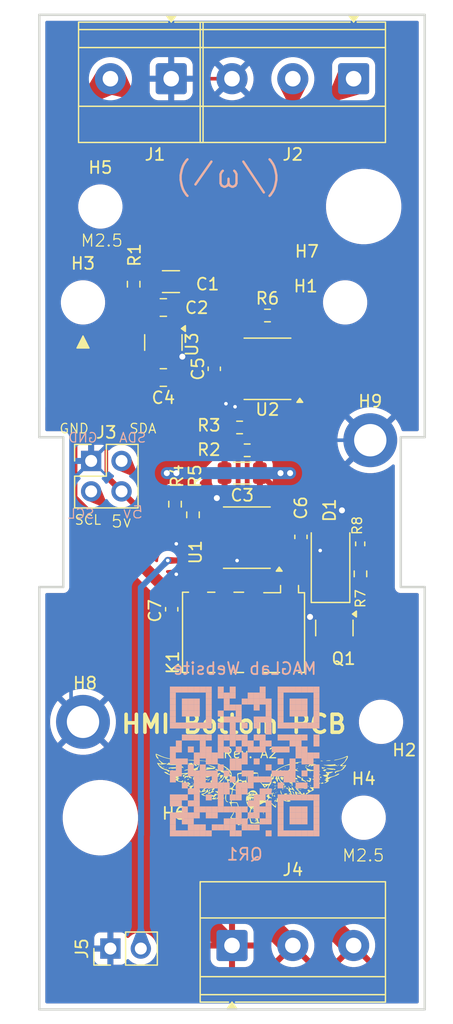
<source format=kicad_pcb>
(kicad_pcb (version 20241229) (generator "pcbnew") (generator_version "9.0")
  (title_block (title "HMI Bottom PCB") (date "2025-07-29") (rev "A2") (company "MAG Laboratory"))
  (layers (0 "F.Cu" signal) (2 "B.Cu" signal) (13 "F.Paste" user) (15 "B.Paste" user) (5 "F.SilkS" user "F.Silkscreen") (7 "B.SilkS" user "B.Silkscreen") (1 "F.Mask" user) (3 "B.Mask" user) (25 "Edge.Cuts" user))
  (net 0 "")
  (net 1 "GND")
  (net 2 "+5V")
  (net 3 "+12V")
  (net 4 "/SCL")
  (net 5 "/SDA")
  (net 6 "/SWIO")
  (net 7 "/URXTX")
  (net 8 "/DIR")
  (net 9 "/RS485+")
  (net 10 "/RS485-")
  (net 11 "/+12V_I")
  (net 12 "Net-(D1-K)")
  (net 13 "Net-(J4-Pin_1)")
  (net 14 "Net-(J4-Pin_2)")
  (net 15 "Net-(J4-Pin_3)")
  (net 19 "Net-(Q1-G)")
  (net 20 "/OUT")
  (footprint "MAGLab Logos:MAGLab_Symbol" (layer "F.Cu") (at 109.552 128.646)
    (property "Reference" "G***" (hide yes))
    (property "Value" "LOGO" (hide yes))
  )
  (footprint "TerminalBlock_Phoenix:TerminalBlock_Phoenix_MKDS-1,5-3-5.08_1x03_P5.08mm_Horizontal" (layer "F.Cu") (at 107.9 141.666)
    (property "Reference" "J4" (at 5.08 -6.32 0) (layer "F.SilkS"))
    (property "Value" "RLY")
    (pad "1" thru_hole roundrect (at 0 0) (size 2.6 2.6) (drill 1.3) (layers "*.Cu" "*.Mask") (roundrect_rratio 0.096154) (net 13 "Net-(J4-Pin_1)"))
    (pad "2" thru_hole circle (at 5.08 0) (size 2.6 2.6) (drill 1.3) (layers "*.Cu" "*.Mask") (net 14 "Net-(J4-Pin_2)"))
    (pad "3" thru_hole circle (at 10.16 0) (size 2.6 2.6) (drill 1.3) (layers "*.Cu" "*.Mask") (net 15 "Net-(J4-Pin_3)"))
  )
  (footprint "Capacitor_SMD:C_0805_2012Metric" (layer "F.Cu") (at 102.163 88.426)
    (property "Reference" "C2" (at 2.789 0.02 0) (layer "F.SilkS"))
    (property "Value" "1u")
    (pad "1" smd roundrect (at -0.95 0) (size 1 1.45) (layers "F.Cu" "F.Mask" "F.Paste") (net 11 "/+12V_I"))
    (pad "2" smd roundrect (at 0.95 0) (size 1 1.45) (layers "F.Cu" "F.Mask" "F.Paste") (net 1 "GND"))
  )
  (footprint "Resistor_SMD:R_0603_1608Metric" (layer "F.Cu") (at 110.862 89.096)
    (property "Reference" "R6" (at 0 -1.43 0) (layer "F.SilkS"))
    (property "Value" "120")
    (pad "1" smd roundrect (at -0.825 0) (size 0.8 0.95) (layers "F.Cu" "F.Mask" "F.Paste") (net 10 "/RS485-"))
    (pad "2" smd roundrect (at 0.825 0) (size 0.8 0.95) (layers "F.Cu" "F.Mask" "F.Paste") (net 9 "/RS485+"))
  )
  (footprint "MountingHole:MountingHole_2.7mm_M2.5_ISO7380" (layer "F.Cu") (at 118.9 131)
    (property "Reference" "H4" (at 0 -3.25 0) (layer "F.SilkS"))
    (property "Value" "MountingHole")
    (pad "" np_thru_hole circle (at 0 0) (size 2.7 2.7) (drill 2.7) (layers "*.Cu" "*.Mask"))
  )
  (footprint "Resistor_SMD:R_0603_1608Metric" (layer "F.Cu") (at 103.139 104.836 -90)
    (property "Reference" "R4" (at -2.336 -0.168 90) (layer "F.SilkS"))
    (property "Value" "7k5")
    (pad "1" smd roundrect (at -0.825 0 270) (size 0.8 0.95) (layers "F.Cu" "F.Mask" "F.Paste") (net 2 "+5V"))
    (pad "2" smd roundrect (at 0.825 0 270) (size 0.8 0.95) (layers "F.Cu" "F.Mask" "F.Paste") (net 5 "/SDA"))
  )
  (footprint "Relay_SMD:Relay_DPDT_Omron_G6K-2F-Y" (layer "F.Cu") (at 108.865 115.525 -90)
    (property "Reference" "K1" (at 2.521 5.913 90) (layer "F.SilkS"))
    (property "Value" "G6K-2")
    (pad "1" smd rect (at -3.5 -3.8 270) (size 1.8 0.8) (layers "F.Cu" "F.Mask" "F.Paste") (net 3 "+12V"))
    (pad "2" smd rect (at -3.5 -0.6 270) (size 1.8 0.8) (layers "F.Cu" "F.Mask" "F.Paste"))
    (pad "3" smd rect (at -3.5 1.6 270) (size 1.8 0.8) (layers "F.Cu" "F.Mask" "F.Paste"))
    (pad "4" smd rect (at -3.5 3.8 270) (size 1.8 0.8) (layers "F.Cu" "F.Mask" "F.Paste"))
    (pad "5" smd rect (at 3.5 3.8 270) (size 1.8 0.8) (layers "F.Cu" "F.Mask" "F.Paste") (net 13 "Net-(J4-Pin_1)"))
    (pad "6" smd rect (at 3.5 1.6 270) (size 1.8 0.8) (layers "F.Cu" "F.Mask" "F.Paste") (net 14 "Net-(J4-Pin_2)"))
    (pad "7" smd rect (at 3.5 -0.6 270) (size 1.8 0.8) (layers "F.Cu" "F.Mask" "F.Paste") (net 15 "Net-(J4-Pin_3)"))
    (pad "8" smd rect (at 3.5 -3.8 270) (size 1.8 0.8) (layers "F.Cu" "F.Mask" "F.Paste") (net 12 "Net-(D1-K)"))
  )
  (footprint "Resistor_SMD:R_0603_1608Metric" (layer "F.Cu") (at 108.532229 98.436 180)
    (property "Reference" "R3" (at 2.563 0.177 0) (layer "F.SilkS"))
    (property "Value" "75k")
    (pad "1" smd roundrect (at -0.825 0 180) (size 0.8 0.95) (layers "F.Cu" "F.Mask" "F.Paste") (net 8 "/DIR"))
    (pad "2" smd roundrect (at 0.825 0 180) (size 0.8 0.95) (layers "F.Cu" "F.Mask" "F.Paste") (net 1 "GND"))
  )
  (footprint "Capacitor_SMD:C_0603_1608Metric" (layer "F.Cu") (at 102.861 113.607 -90)
    (property "Reference" "C7" (at 0.127 1.397 90) (layer "F.SilkS"))
    (property "Value" "10n")
    (pad "1" smd roundrect (at -0.775 0 270) (size 0.9 0.95) (layers "F.Cu" "F.Mask" "F.Paste") (net 3 "+12V"))
    (pad "2" smd roundrect (at 0.775 0 270) (size 0.9 0.95) (layers "F.Cu" "F.Mask" "F.Paste") (net 1 "GND"))
  )
  (footprint "Connector_PinHeader_2.54mm:PinHeader_1x02_P2.54mm_Vertical" (layer "F.Cu") (at 97.74 141.92 90)
    (property "Reference" "J5" (at 0 -2.38 90) (layer "F.SilkS"))
    (property "Value" "PROG")
    (pad "1" thru_hole rect (at 0 0 90) (size 1.7 1.7) (drill 1) (layers "*.Cu" "*.Mask") (net 1 "GND"))
    (pad "2" thru_hole circle (at 0 2.54 90) (size 1.7 1.7) (drill 1) (layers "*.Cu" "*.Mask") (net 6 "/SWIO"))
  )
  (footprint "TerminalBlock_Phoenix:TerminalBlock_Phoenix_MKDS-1,5-2-5.08_1x02_P5.08mm_Horizontal" (layer "F.Cu") (at 102.82 69.334 180)
    (property "Reference" "J1" (at 1.356 -6.32 0) (layer "F.SilkS"))
    (property "Value" "PWR")
    (pad "1" thru_hole roundrect (at 0 0 180) (size 2.6 2.6) (drill 1.3) (layers "*.Cu" "*.Mask") (roundrect_rratio 0.096154) (net 1 "GND"))
    (pad "2" thru_hole circle (at 5.08 0 180) (size 2.6 2.6) (drill 1.3) (layers "*.Cu" "*.Mask") (net 3 "+12V"))
  )
  (footprint "Package_SO:SOIC-8_3.9x4.9mm_P1.27mm" (layer "F.Cu") (at 110.862 93.541 180)
    (property "Reference" "U2" (at 0 -3.4 0) (layer "F.SilkS"))
    (property "Value" "SSP3085")
    (pad "1" smd roundrect (at -2.475 -1.905 180) (size 1.95 0.6) (layers "F.Cu" "F.Mask" "F.Paste") (net 7 "/URXTX"))
    (pad "2" smd roundrect (at -2.475 -0.635 180) (size 1.95 0.6) (layers "F.Cu" "F.Mask" "F.Paste") (net 8 "/DIR"))
    (pad "3" smd roundrect (at -2.475 0.635 180) (size 1.95 0.6) (layers "F.Cu" "F.Mask" "F.Paste") (net 8 "/DIR"))
    (pad "4" smd roundrect (at -2.475 1.905 180) (size 1.95 0.6) (layers "F.Cu" "F.Mask" "F.Paste") (net 7 "/URXTX"))
    (pad "5" smd roundrect (at 2.475 1.905 180) (size 1.95 0.6) (layers "F.Cu" "F.Mask" "F.Paste") (net 1 "GND"))
    (pad "6" smd roundrect (at 2.475 0.635 180) (size 1.95 0.6) (layers "F.Cu" "F.Mask" "F.Paste") (net 10 "/RS485-"))
    (pad "7" smd roundrect (at 2.475 -0.635 180) (size 1.95 0.6) (layers "F.Cu" "F.Mask" "F.Paste") (net 9 "/RS485+"))
    (pad "8" smd roundrect (at 2.475 -1.905 180) (size 1.95 0.6) (layers "F.Cu" "F.Mask" "F.Paste") (net 2 "+5V"))
  )
  (footprint "Resistor_SMD:R_0402_1005Metric" (layer "F.Cu") (at 118.609 108.148 90)
    (property "Reference" "R8" (at 1.526 -0.254 90) (layer "F.SilkS") (effects (font (size 0.8 0.8) (thickness 0.12))))
    (property "Value" "100k")
    (pad "1" smd roundrect (at -0.51 0 90) (size 0.54 0.64) (layers "F.Cu" "F.Mask" "F.Paste") (net 20 "/OUT"))
    (pad "2" smd roundrect (at 0.51 0 90) (size 0.54 0.64) (layers "F.Cu" "F.Mask" "F.Paste") (net 1 "GND"))
  )
  (footprint "Capacitor_SMD:C_0603_1608Metric" (layer "F.Cu") (at 113.657 107.567 -90)
    (property "Reference" "C6" (at -2.421 0.005 90) (layer "F.SilkS"))
    (property "Value" "100n")
    (pad "1" smd roundrect (at -0.775 0 270) (size 0.9 0.95) (layers "F.Cu" "F.Mask" "F.Paste") (net 2 "+5V"))
    (pad "2" smd roundrect (at 0.775 0 270) (size 0.9 0.95) (layers "F.Cu" "F.Mask" "F.Paste") (net 1 "GND"))
  )
  (footprint "Resistor_SMD:R_0603_1608Metric" (layer "F.Cu") (at 104.639 105.725 -90)
    (property "Reference" "R5" (at -3.225 -0.168 90) (layer "F.SilkS"))
    (property "Value" "7k5")
    (pad "1" smd roundrect (at -0.825 0 270) (size 0.8 0.95) (layers "F.Cu" "F.Mask" "F.Paste") (net 2 "+5V"))
    (pad "2" smd roundrect (at 0.825 0 270) (size 0.8 0.95) (layers "F.Cu" "F.Mask" "F.Paste") (net 4 "/SCL"))
  )
  (footprint "Package_TO_SOT_SMD:SOT-23" (layer "F.Cu") (at 102.163 91.347 -90)
    (property "Reference" "U3" (at 0.162 -2.389 90) (layer "F.SilkS"))
    (property "Value" "ME6209A50M3G")
    (pad "1" smd roundrect (at -0.9375 -0.95 270) (size 1.475 0.6) (layers "F.Cu" "F.Mask" "F.Paste") (net 1 "GND"))
    (pad "2" smd roundrect (at -0.9375 0.95 270) (size 1.475 0.6) (layers "F.Cu" "F.Mask" "F.Paste") (net 2 "+5V"))
    (pad "3" smd roundrect (at 0.9375 0 270) (size 1.475 0.6) (layers "F.Cu" "F.Mask" "F.Paste") (net 11 "/+12V_I"))
  )
  (footprint "TerminalBlock_Phoenix:TerminalBlock_Phoenix_MKDS-1,5-3-5.08_1x03_P5.08mm_Horizontal" (layer "F.Cu") (at 118.06 69.334 180)
    (property "Reference" "J2" (at 5.08 -6.32 0) (layer "F.SilkS"))
    (property "Value" "RS485_Modbus_BAC")
    (pad "1" thru_hole roundrect (at 0 0 180) (size 2.6 2.6) (drill 1.3) (layers "*.Cu" "*.Mask") (roundrect_rratio 0.096154) (net 9 "/RS485+"))
    (pad "2" thru_hole circle (at 5.08 0 180) (size 2.6 2.6) (drill 1.3) (layers "*.Cu" "*.Mask") (net 10 "/RS485-"))
    (pad "3" thru_hole circle (at 10.16 0 180) (size 2.6 2.6) (drill 1.3) (layers "*.Cu" "*.Mask") (net 1 "GND"))
  )
  (footprint "MountingHole:MountingHole_2.7mm_M2.5_ISO7380_Pad" (layer "F.Cu") (at 95.45 123)
    (property "Reference" "H8" (at 0.172 -3.228 0) (layer "F.SilkS"))
    (property "Value" "MountingHole_Pad")
    (pad "1" thru_hole circle (at 0 0) (size 4.5 4.5) (drill 2.7) (layers "*.Cu" "*.Mask") (net 1 "GND"))
  )
  (footprint "Resistor_SMD:R_0603_1608Metric" (layer "F.Cu") (at 109.167229 100.341 180)
    (property "Reference" "R2" (at 3.198 0.05 0) (layer "F.SilkS"))
    (property "Value" "75k")
    (pad "1" smd roundrect (at -0.825 0 180) (size 0.8 0.95) (layers "F.Cu" "F.Mask" "F.Paste") (net 2 "+5V"))
    (pad "2" smd roundrect (at 0.825 0 180) (size 0.8 0.95) (layers "F.Cu" "F.Mask" "F.Paste") (net 7 "/URXTX"))
  )
  (footprint "MountingHole:MountingHole_2.7mm_M2.5_ISO7380_Pad" (layer "F.Cu") (at 119.45 99.5)
    (property "Reference" "H9" (at 0 -3.25 0) (layer "F.SilkS"))
    (property "Value" "MountingHole_Pad")
    (pad "1" thru_hole circle (at 0 0) (size 4.5 4.5) (drill 2.7) (layers "*.Cu" "*.Mask") (net 1 "GND"))
  )
  (footprint "MountingHole:MountingHole_2.7mm_M2.5_ISO7380" (layer "F.Cu") (at 96.9 80)
    (property "Reference" "H5" (at 0 -3.25 0) (layer "F.SilkS"))
    (property "Value" "MountingHole")
    (pad "" np_thru_hole circle (at 0 0) (size 2.7 2.7) (drill 2.7) (layers "*.Cu" "*.Mask"))
  )
  (footprint "Package_SO:SOP-8_3.9x4.9mm_P1.27mm" (layer "F.Cu") (at 109.139 107.63 180)
    (property "Reference" "U1" (at 4.287 -1.216 90) (layer "F.SilkS"))
    (property "Value" "CH32V003JxMx")
    (pad "1" smd roundrect (at -2.625 -1.905 180) (size 1.65 0.6) (layers "F.Cu" "F.Mask" "F.Paste") (net 7 "/URXTX"))
    (pad "2" smd roundrect (at -2.625 -0.635 180) (size 1.65 0.6) (layers "F.Cu" "F.Mask" "F.Paste") (net 1 "GND"))
    (pad "3" smd roundrect (at -2.625 0.635 180) (size 1.65 0.6) (layers "F.Cu" "F.Mask" "F.Paste") (net 8 "/DIR"))
    (pad "4" smd roundrect (at -2.625 1.905 180) (size 1.65 0.6) (layers "F.Cu" "F.Mask" "F.Paste") (net 2 "+5V"))
    (pad "5" smd roundrect (at 2.625 1.905 180) (size 1.65 0.6) (layers "F.Cu" "F.Mask" "F.Paste") (net 5 "/SDA"))
    (pad "6" smd roundrect (at 2.625 0.635 180) (size 1.65 0.6) (layers "F.Cu" "F.Mask" "F.Paste") (net 4 "/SCL"))
    (pad "7" smd roundrect (at 2.625 -0.635 180) (size 1.65 0.6) (layers "F.Cu" "F.Mask" "F.Paste") (net 20 "/OUT"))
    (pad "8" smd roundrect (at 2.625 -1.905 180) (size 1.65 0.6) (layers "F.Cu" "F.Mask" "F.Paste") (net 6 "/SWIO"))
  )
  (footprint "MountingHole:MountingHole_2.7mm_M2.5_ISO7380" (layer "F.Cu") (at 95.45 88)
    (property "Reference" "H3" (at 0 -3.25 0) (layer "F.SilkS"))
    (property "Value" "MountingHole")
    (pad "" np_thru_hole circle (at 0 0) (size 2.7 2.7) (drill 2.7) (layers "*.Cu" "*.Mask"))
  )
  (footprint "Capacitor_SMD:C_1206_3216Metric" (layer "F.Cu") (at 108.752 102.246 180)
    (property "Reference" "C3" (at 0 -1.85 0) (layer "F.SilkS"))
    (property "Value" "10u")
    (pad "1" smd roundrect (at -1.475 0 180) (size 1.15 1.8) (layers "F.Cu" "F.Mask" "F.Paste") (roundrect_rratio 0.217391) (net 2 "+5V"))
    (pad "2" smd roundrect (at 1.475 0 180) (size 1.15 1.8) (layers "F.Cu" "F.Mask" "F.Paste") (roundrect_rratio 0.217391) (net 1 "GND"))
  )
  (footprint "MountingHole:MountingHole_5.3mm_M5_ISO7380" (layer "F.Cu") (at 96.9 131)
    (property "Reference" "H6" (at 6.152 -0.354 0) (layer "F.SilkS"))
    (property "Value" "MountingHole")
    (pad "" np_thru_hole circle (at 0 0) (size 5.3 5.3) (drill 5.3) (layers "*.Cu" "*.Mask"))
  )
  (footprint "Capacitor_SMD:C_1206_3216Metric" (layer "F.Cu") (at 102.798 86.267)
    (property "Reference" "C1" (at 3.054 0.214 0) (layer "F.SilkS"))
    (property "Value" "10u")
    (pad "1" smd roundrect (at -1.475 0) (size 1.15 1.8) (layers "F.Cu" "F.Mask" "F.Paste") (roundrect_rratio 0.217391) (net 11 "/+12V_I"))
    (pad "2" smd roundrect (at 1.475 0) (size 1.15 1.8) (layers "F.Cu" "F.Mask" "F.Paste") (roundrect_rratio 0.217391) (net 1 "GND"))
  )
  (footprint "Capacitor_SMD:C_0603_1608Metric" (layer "F.Cu") (at 106.417 93.541 90)
    (property "Reference" "C5" (at -0.005 -1.365 90) (layer "F.SilkS"))
    (property "Value" "100n")
    (pad "1" smd roundrect (at -0.775 0 90) (size 0.9 0.95) (layers "F.Cu" "F.Mask" "F.Paste") (net 2 "+5V"))
    (pad "2" smd roundrect (at 0.775 0 90) (size 0.9 0.95) (layers "F.Cu" "F.Mask" "F.Paste") (net 1 "GND"))
  )
  (footprint "Diode_SMD:D_MELF" (layer "F.Cu") (at 116.13 109.63 90)
    (property "Reference" "D1" (at 4.284 -0.078 90) (layer "F.SilkS"))
    (property "Value" "D")
    (pad "1" smd roundrect (at -2.4 0 90) (size 1.5 2.7) (layers "F.Cu" "F.Mask" "F.Paste") (roundrect_rratio 0.1666666667) (net 12 "Net-(D1-K)"))
    (pad "2" smd roundrect (at 2.4 0 90) (size 1.5 2.7) (layers "F.Cu" "F.Mask" "F.Paste") (roundrect_rratio 0.1666666667) (net 1 "GND"))
  )
  (footprint "MountingHole:MountingHole_5.3mm_M5_ISO7380" (layer "F.Cu") (at 118.9 80)
    (property "Reference" "H7" (at -4.748 3.746 0) (layer "F.SilkS"))
    (property "Value" "MountingHole")
    (pad "" np_thru_hole circle (at 0 0) (size 5.3 5.3) (drill 5.3) (layers "*.Cu" "*.Mask"))
  )
  (footprint "MountingHole:MountingHole_2.7mm_M2.5_ISO7380" (layer "F.Cu") (at 117.35 88)
    (property "Reference" "H1" (at -3.298 -1.354 0) (layer "F.SilkS"))
    (property "Value" "MountingHole")
    (pad "" np_thru_hole circle (at 0 0) (size 2.7 2.7) (drill 2.7) (layers "*.Cu" "*.Mask"))
  )
  (footprint "Capacitor_SMD:C_0805_2012Metric" (layer "F.Cu") (at 102.163 94.268)
    (property "Reference" "C4" (at 0 1.692 0) (layer "F.SilkS"))
    (property "Value" "1u")
    (pad "1" smd roundrect (at -0.95 0) (size 1 1.45) (layers "F.Cu" "F.Mask" "F.Paste") (net 2 "+5V"))
    (pad "2" smd roundrect (at 0.95 0) (size 1 1.45) (layers "F.Cu" "F.Mask" "F.Paste") (net 1 "GND"))
  )
  (footprint "MountingHole:MountingHole_2.7mm_M2.5_ISO7380" (layer "F.Cu") (at 120.35 123)
    (property "Reference" "H2" (at 1.942 2.36 0) (layer "F.SilkS"))
    (property "Value" "MountingHole")
    (pad "" np_thru_hole circle (at 0 0) (size 2.7 2.7) (drill 2.7) (layers "*.Cu" "*.Mask"))
  )
  (footprint "Resistor_SMD:R_0603_1608Metric" (layer "F.Cu") (at 118.631 110.651 -90)
    (property "Reference" "R7" (at 2.067 0 90) (layer "F.SilkS") (effects (font (size 0.8 0.8) (thickness 0.12))))
    (property "Value" "1k")
    (pad "1" smd roundrect (at -0.825 0 270) (size 0.8 0.95) (layers "F.Cu" "F.Mask" "F.Paste") (net 20 "/OUT"))
    (pad "2" smd roundrect (at 0.825 0 270) (size 0.8 0.95) (layers "F.Cu" "F.Mask" "F.Paste") (net 19 "Net-(Q1-G)"))
  )
  (footprint "Resistor_SMD:R_0603_1608Metric" (layer "F.Cu") (at 99.683 86.481 -90)
    (property "Reference" "R1" (at -2.435 -0.069 90) (layer "F.SilkS"))
    (property "Value" "1")
    (pad "1" smd roundrect (at -0.825 0 270) (size 0.8 0.95) (layers "F.Cu" "F.Mask" "F.Paste") (net 3 "+12V"))
    (pad "2" smd roundrect (at 0.825 0 270) (size 0.8 0.95) (layers "F.Cu" "F.Mask" "F.Paste") (net 11 "/+12V_I"))
  )
  (footprint "Connector_PinHeader_2.54mm:PinHeader_2x02_P2.54mm_Vertical" (layer "F.Cu") (at 96.13 101.23)
    (property "Reference" "J3" (at 1.27 -2.38 0) (layer "F.SilkS"))
    (property "Value" "Conn_02x02_Odd_Even")
    (pad "1" thru_hole rect (at 0 0) (size 1.7 1.7) (drill 1) (layers "*.Cu" "*.Mask") (net 1 "GND"))
    (pad "2" thru_hole circle (at 2.54 0) (size 1.7 1.7) (drill 1) (layers "*.Cu" "*.Mask") (net 5 "/SDA"))
    (pad "3" thru_hole circle (at 0 2.54) (size 1.7 1.7) (drill 1) (layers "*.Cu" "*.Mask") (net 4 "/SCL"))
    (pad "4" thru_hole circle (at 2.54 2.54) (size 1.7 1.7) (drill 1) (layers "*.Cu" "*.Mask") (net 2 "+5V"))
  )
  (footprint "Package_TO_SOT_SMD:SOT-23" (layer "F.Cu") (at 116.45 115.1675 -90)
    (property "Reference" "Q1" (at 2.5625 -0.77 0) (layer "F.SilkS"))
    (property "Value" "2N7002")
    (pad "1" smd roundrect (at -0.9375 -0.95 270) (size 1.475 0.6) (layers "F.Cu" "F.Mask" "F.Paste") (net 19 "Net-(Q1-G)"))
    (pad "2" smd roundrect (at -0.9375 0.95 270) (size 1.475 0.6) (layers "F.Cu" "F.Mask" "F.Paste") (net 1 "GND"))
    (pad "3" smd roundrect (at 0.9375 0 270) (size 1.475 0.6) (layers "F.Cu" "F.Mask" "F.Paste") (net 12 "Net-(D1-K)"))
  )
  (footprint "MAGLab Logos:MAGLab Website" (layer "B.Cu") (at 108.957 126.307 180)
    (property "Reference" "QR1" (at 0 -7.75 0) (layer "B.SilkS") (effects (justify mirror)))
    (property "Value" "MAGLab Website" (at 0 7.75 0) (layer "B.SilkS") (effects (justify mirror)))
  )
  (gr_poly (pts (xy 95.45 90.794) (xy 94.942 91.81) (xy 95.958 91.81)) (stroke (width 0.1)) (fill yes) (layer "F.SilkS"))
  (gr_line (start 124 64) (end 91.8 64) (stroke (width 0.2)) (layer "Edge.Cuts"))
  (gr_line (start 91.8 64) (end 91.8 99.25) (stroke (width 0.2)) (layer "Edge.Cuts"))
  (gr_line (start 93.8 99.25) (end 93.8 111.75) (stroke (width 0.2)) (layer "Edge.Cuts"))
  (gr_line (start 91.8 147) (end 124 147) (stroke (width 0.2)) (layer "Edge.Cuts"))
  (gr_line (start 91.8 111.75) (end 91.8 147) (stroke (width 0.2)) (layer "Edge.Cuts"))
  (gr_line (start 122 99.25) (end 124 99.25) (stroke (width 0.2)) (layer "Edge.Cuts"))
  (gr_line (start 124 99.25) (end 124 64) (stroke (width 0.2)) (layer "Edge.Cuts"))
  (gr_line (start 122 111.75) (end 122 99.25) (stroke (width 0.2)) (layer "Edge.Cuts"))
  (gr_line (start 93.8 111.75) (end 91.8 111.75) (stroke (width 0.2)) (layer "Edge.Cuts"))
  (gr_line (start 91.8 99.25) (end 93.8 99.25) (stroke (width 0.2)) (layer "Edge.Cuts"))
  (gr_line (start 124 147) (end 124 111.75) (stroke (width 0.2)) (layer "Edge.Cuts"))
  (gr_line (start 124 111.75) (end 122 111.75) (stroke (width 0.2)) (layer "Edge.Cuts"))
  (gr_text "SDA" (at 99.264 98.994 0) (layer "F.SilkS") (effects (font (size 0.8 0.8) (thickness 0.1)) (justify left bottom)))
  (gr_text "${TITLE}" (at 98.498 124.068 0) (layer "F.SilkS") (effects (font (size 1.5 1.5) (thickness 0.3) (bold yes)) (justify left bottom)))
  (gr_text "M2.5" (at 95.196 83.428 0) (layer "F.SilkS") (effects (font (size 1 1) (thickness 0.1)) (justify left bottom)))
  (gr_text "Rev. ${REVISION}" (at 107.093359 126.1 0) (layer "F.SilkS") (effects (font (size 0.8 0.8) (thickness 0.1)) (justify left bottom)))
  (gr_text "GND" (at 93.422 98.994 0) (layer "F.SilkS") (effects (font (size 0.8 0.8) (thickness 0.1)) (justify left bottom)))
  (gr_text "5v" (at 97.74 106.868 0) (layer "F.SilkS") (effects (font (size 1 1) (thickness 0.1)) (justify left bottom)))
  (gr_text "M2.5" (at 117.04 134.736 0) (layer "F.SilkS") (effects (font (size 1 1) (thickness 0.1)) (justify left bottom)))
  (gr_text "SCL" (at 94.692 106.614 0) (layer "F.SilkS") (effects (font (size 0.8 0.8) (thickness 0.1)) (justify left bottom)))
  (gr_text "5v" (at 100.534 106.106 -0) (layer "B.SilkS") (effects (font (size 1 1) (thickness 0.1)) (justify left bottom mirror)))
  (gr_text "(/ω＼)" (at 112.214 78.602 0) (layer "B.SilkS") (effects (font (size 2 2) (thickness 0.2)) (justify left bottom mirror)))
  (gr_text "SDA" (at 100.788 99.756 -0) (layer "B.SilkS") (effects (font (size 0.8 0.8) (thickness 0.1)) (justify left bottom mirror)))
  (gr_text "GND" (at 96.724 99.756 -0) (layer "B.SilkS") (effects (font (size 0.8 0.8) (thickness 0.1)) (justify left bottom mirror)))
  (gr_text "SCL" (at 96.47 106.106 -0) (layer "B.SilkS") (effects (font (size 0.8 0.8) (thickness 0.1)) (justify left bottom mirror)))
  (segment (start 119.371 107.638) (end 118.101 107.638) (width 0.4) (layer "F.Cu") (net 1))
  (segment (start 114.429 112.799) (end 114.429 111.27413) (width 0.3) (layer "F.Cu") (net 1))
  (segment (start 116.13 107.23) (end 116.13 102.82) (width 0.3) (layer "F.Cu") (net 1))
  (segment (start 113.657 108.342) (end 111.841 108.342) (width 0.3) (layer "F.Cu") (net 1))
  (segment (start 115.5 114.23) (end 115.5 113.87) (width 0.3) (layer "F.Cu") (net 1))
  (segment (start 103.113 87.427) (end 104.273 86.267) (width 0.3) (layer "F.Cu") (net 1))
  (segment (start 103.113 90.4095) (end 103.113 88.426) (width 0.3) (layer "F.Cu") (net 1))
  (segment (start 114.546 108.704) (end 114.184 108.342) (width 0.5) (layer "F.Cu") (net 1))
  (segment (start 103.113 94.268) (end 104.915 94.268) (width 0.3) (layer "F.Cu") (net 1))
  (segment (start 115.296 107.23) (end 116.13 107.23) (width 0.3) (layer "F.Cu") (net 1))
  (segment (start 119.165887 110.651) (end 119.625 110.191887) (width 0.4) (layer "F.Cu") (net 1))
  (segment (start 103.113 94.268) (end 103.113 90.4095) (width 0.3) (layer "F.Cu") (net 1))
  (segment (start 115.266 108.704) (end 114.546 108.704) (width 0.5) (layer "F.Cu") (net 1))
  (segment (start 107.547 91.636) (end 108.387 91.636) (width 0.3) (layer "F.Cu") (net 1))
  (segment (start 119.625 110.191887) (end 119.625 107.892) (width 0.4) (layer "F.Cu") (net 1))
  (segment (start 114.184 108.342) (end 115.296 107.23) (width 0.5) (layer "F.Cu") (net 1))
  (segment (start 111.841 108.342) (end 111.764 108.265) (width 0.3) (layer "F.Cu") (net 1))
  (segment (start 107.277 96.569) (end 107.392 96.454) (width 0.3) (layer "F.Cu") (net 1))
  (segment (start 107.9 69.334) (end 102.82 69.334) (width 0.3) (layer "F.Cu") (net 1))
  (segment (start 116.13 102.82) (end 119.45 99.5) (width 0.3) (layer "F.Cu") (net 1))
  (segment (start 104.915 94.268) (end 106.417 92.766) (width 0.3) (layer "F.Cu") (net 1))
  (segment (start 106.417 92.766) (end 107.547 91.636) (width 0.3) (layer "F.Cu") (net 1))
  (segment (start 115.05213 110.651) (end 119.165887 110.651) (width 0.4) (layer "F.Cu") (net 1))
  (segment (start 117.693 107.23) (end 116.13 107.23) (width 0.4) (layer "F.Cu") (net 1))
  (segment (start 107.277 98.005771) (end 107.277 96.569) (width 0.3) (layer "F.Cu") (net 1))
  (segment (start 115.5 113.87) (end 114.429 112.799) (width 0.3) (layer "F.Cu") (net 1))
  (segment (start 113.657 108.342) (end 114.184 108.342) (width 0.5) (layer "F.Cu") (net 1))
  (segment (start 114.429 111.27413) (end 115.05213 110.651) (width 0.3) (layer "F.Cu") (net 1))
  (segment (start 119.625 107.892) (end 119.371 107.638) (width 0.4) (layer "F.Cu") (net 1))
  (segment (start 107.707229 98.436) (end 107.277 98.005771) (width 0.3) (layer "F.Cu") (net 1))
  (segment (start 103.113 88.426) (end 103.113 87.427) (width 0.3) (layer "F.Cu") (net 1))
  (segment (start 118.101 107.638) (end 117.693 107.23) (width 0.4) (layer "F.Cu") (net 1))
  (segment (start 107.277 102.246) (end 107.277 96.569) (width 0.4) (layer "F.Cu") (net 1))
  (via (at 114.418 114.242) (size 0.8) (drill 0.5) (layers "F.Cu" "B.Cu") (net 1))
  (via (at 107.392 96.454) (size 0.6) (drill 0.3) (layers "F.Cu" "B.Cu") (net 1))
  (via (at 103.75 92.525) (size 0.8) (drill 0.5) (layers "F.Cu" "B.Cu") (net 1))
  (via (at 108.322 109.543) (size 0.6) (drill 0.3) (layers "F.Cu" "B.Cu") (net 1))
  (via (at 108.151229 96.708) (size 0.6) (drill 0.3) (layers "F.Cu" "B.Cu") (net 1))
  (via (at 117.085 105.352) (size 0.8) (drill 0.5) (layers "F.Cu" "B.Cu") (net 1))
  (via (at 103.242 110.686) (size 0.6) (drill 0.3) (layers "F.Cu" "B.Cu") (net 1))
  (via (at 115.266 108.704) (size 0.6) (drill 0.3) (layers "F.Cu" "B.Cu") (net 1))
  (via (at 103.242 108.146) (size 0.6) (drill 0.3) (layers "F.Cu" "B.Cu") (net 1))
  (via (at 106.63 104.328) (size 0.8) (drill 0.5) (layers "F.Cu" "B.Cu") (net 1))
  (segment (start 119.45 99.5) (end 110.438 99.5) (width 0.3) (layer "B.Cu") (net 1))
  (segment (start 110.438 99.5) (end 107.392 96.454) (width 0.3) (layer "B.Cu") (net 1))
  (segment (start 102.82 94.54) (end 102.82 69.08) (width 0.3) (layer "B.Cu") (net 1))
  (segment (start 96.13 101.23) (end 102.82 94.54) (width 0.3) (layer "B.Cu") (net 1))
  (segment (start 96.199 101.23) (end 97.4 102.431) (width 0.2) (layer "B.Cu") (net 1))
  (segment (start 100.906 96.454) (end 107.392 96.454) (width 0.3) (layer "B.Cu") (net 1))
  (segment (start 96.13 101.23) (end 100.906 96.454) (width 0.3) (layer "B.Cu") (net 1))
  (segment (start 96.13 101.23) (end 96.199 101.23) (width 0.3) (layer "B.Cu") (net 1))
  (segment (start 94.451 102.909) (end 94.451 122.001) (width 0.3) (layer "B.Cu") (net 1))
  (segment (start 96.13 101.23) (end 94.451 102.909) (width 0.3) (layer "B.Cu") (net 1))
  (segment (start 94.451 122.001) (end 95.45 123) (width 0.3) (layer "B.Cu") (net 1))
  (segment (start 103.75 104.011) (end 104.639 104.9) (width 0.5) (layer "F.Cu") (net 2))
  (segment (start 112.300322 90.985) (end 114.656 90.985) (width 0.3) (layer "F.Cu") (net 2))
  (segment (start 107.547 95.446) (end 106.417 94.316) (width 0.3) (layer "F.Cu") (net 2))
  (segment (start 108.899 95.446) (end 111.61 92.735) (width 0.3) (layer "F.Cu") (net 2))
  (segment (start 108.387 95.446) (end 108.899 95.446) (width 0.3) (layer "F.Cu") (net 2))
  (segment (start 111.61 92.735) (end 111.61 91.675322) (width 0.3) (layer "F.Cu") (net 2))
  (segment (start 110.227 102.246) (end 110.227 100.575771) (width 0.3) (layer "F.Cu") (net 2))
  (segment (start 103.139 104.011) (end 103.75 104.011) (width 0.3) (layer "F.Cu") (net 2))
  (segment (start 101.213 94.268) (end 100.682 94.268) (width 0.3) (layer "F.Cu") (net 2))
  (segment (start 105.091 95.642) (end 106.417 94.316) (width 0.5) (layer "F.Cu") (net 2))
  (segment (start 106.417 94.316) (end 106.417 100.733) (width 0.5) (layer "F.Cu") (net 2))
  (segment (start 111.348 100.341) (end 109.992229 100.341) (width 0.5) (layer "F.Cu") (net 2))
  (segment (start 114.656 90.985) (end 115.616 91.945) (width 0.5) (layer "F.Cu") (net 2))
  (segment (start 102.587 95.642) (end 105.091 95.642) (width 0.5) (layer "F.Cu") (net 2))
  (segment (start 106.417 100.733) (end 103.139 104.011) (width 0.5) (layer "F.Cu") (net 2))
  (segment (start 97.4 102.5) (end 98.67 103.77) (width 0.3) (layer "F.Cu") (net 2))
  (segment (start 115.616 91.945) (end 115.616 96.073) (width 1) (layer "F.Cu") (net 2))
  (segment (start 108.387 95.446) (end 107.547 95.446) (width 0.3) (layer "F.Cu") (net 2))
  (segment (start 97.4 97.55) (end 97.4 99.706) (width 0.5) (layer "F.Cu") (net 2))
  (segment (start 97.4 99.706) (end 97.4 102.5) (width 0.3) (layer "F.Cu") (net 2))
  (segment (start 115.307 96.382) (end 111.348 100.341) (width 1) (layer "F.Cu") (net 2))
  (segment (start 100.682 94.268) (end 97.4 97.55) (width 0.5) (layer "F.Cu") (net 2))
  (segment (start 101.213 90.4095) (end 101.213 94.268) (width 0.5) (layer "F.Cu") (net 2))
  (segment (start 101.213 94.268) (end 102.587 95.642) (width 0.5) (layer "F.Cu") (net 2))
  (segment (start 113.657 106.792) (end 112.59 105.725) (width 0.5) (layer "F.Cu") (net 2))
  (segment (start 110.227 100.575771) (end 109.992229 100.341) (width 0.3) (layer "F.Cu") (net 2))
  (segment (start 112.59 105.725) (end 111.764 105.725) (width 0.5) (layer "F.Cu") (net 2))
  (segment (start 111.764 105.725) (end 111.764 103.783) (width 0.5) (layer "F.Cu") (net 2))
  (segment (start 111.764 103.783) (end 110.227 102.246) (width 0.5) (layer "F.Cu") (net 2))
  (segment (start 115.616 96.073) (end 115.307 96.382) (width 1) (layer "F.Cu") (net 2))
  (segment (start 111.61 91.675322) (end 112.300322 90.985) (width 0.3) (layer "F.Cu") (net 2))
  (via (at 111.952 102.246) (size 0.8) (drill 0.5) (layers "F.Cu" "B.Cu") (net 2))
  (via (at 103.252 102.246) (size 0.8) (drill 0.5) (layers "F.Cu" "B.Cu") (net 2))
  (via (at 102.452 102.246) (size 0.8) (drill 0.5) (layers "F.Cu" "B.Cu") (net 2))
  (via (at 112.752 102.246) (size 0.8) (drill 0.5) (layers "F.Cu" "B.Cu") (net 2))
  (segment (start 112.752 102.246) (end 102.452 102.246) (width 1) (layer "B.Cu") (net 2))
  (segment (start 97.74 69.08) (end 93.345 73.475) (width 1) (layer "F.Cu") (net 3))
  (segment (start 99.683 71.023) (end 97.74 69.08) (width 0.5) (layer "F.Cu") (net 3))
  (segment (start 94.733 104.278) (end 96.8575 106.4025) (width 0.5) (layer "F.Cu") (net 3))
  (segment (start 110.709293 113.980707) (end 112.665 112.025) (width 0.8) (layer "F.Cu") (net 3))
  (segment (start 99.683 85.656) (end 99.683 71.023) (width 0.5) (layer "F.Cu") (net 3))
  (segment (start 93.336 73.475) (end 92.955 73.856) (width 1) (layer "F.Cu") (net 3))
  (segment (start 92.955 97.18) (end 94.733 98.958) (width 0.5) (layer "F.Cu") (net 3))
  (segment (start 96.8575 106.4025) (end 104.435707 113.980707) (width 1) (layer "F.Cu") (net 3))
  (segment (start 93.345 73.475) (end 93.336 73.475) (width 0.5) (layer "F.Cu") (net 3))
  (segment (start 94.733 98.958) (end 94.733 104.278) (width 0.5) (layer "F.Cu") (net 3))
  (segment (start 104.435707 113.980707) (end 110.709293 113.980707) (width 1) (layer "F.Cu") (net 3))
  (segment (start 92.955 73.856) (end 92.955 97.18) (width 1) (layer "F.Cu") (net 3))
  (segment (start 99.355 106.995) (end 96.13 103.77) (width 0.4) (layer "F.Cu") (net 4))
  (segment (start 106.514 106.995) (end 99.355 106.995) (width 0.4) (layer "F.Cu") (net 4))
  (segment (start 103.165 105.725) (end 98.67 101.23) (width 0.4) (layer "F.Cu") (net 5))
  (segment (start 106.514 105.725) (end 103.165 105.725) (width 0.4) (layer "F.Cu") (net 5))
  (segment (start 106.514 109.535) (end 102.53 109.535) (width 0.5) (layer "F.Cu") (net 6))
  (segment (start 102.530001 109.535001) (end 102.53 109.535) (width 0.2) (layer "F.Cu") (net 6))
  (via (at 102.530001 109.535001) (size 0.6) (drill 0.3) (layers "F.Cu" "B.Cu") (net 6))
  (segment (start 100.28 129.57026) (end 100.28 111.785002) (width 0.5) (layer "B.Cu") (net 6))
  (segment (start 100.28 141.92) (end 100.28 132.42974) (width 0.5) (layer "B.Cu") (net 6))
  (segment (start 100.28 111.785002) (end 102.530001 109.535001) (width 0.5) (layer "B.Cu") (net 6))
  (segment (start 100.28 132.42974) (end 100.301 132.40874) (width 0.5) (layer "B.Cu") (net 6))
  (segment (start 100.301 129.59126) (end 100.28 129.57026) (width 0.5) (layer "B.Cu") (net 6))
  (segment (start 100.301 132.40874) (end 100.301 129.59126) (width 0.5) (layer "B.Cu") (net 6))
  (segment (start 112.061 92.565032) (end 112.990032 91.636) (width 0.2) (layer "F.Cu") (net 7))
  (segment (start 111.764 109.535) (end 111.42 109.535) (width 0.2) (layer "F.Cu") (net 7))
  (segment (start 108.532229 99.916229) (end 108.532229 97.928) (width 0.4) (layer "F.Cu") (net 7))
  (segment (start 111.42 109.535) (end 110.395614 108.510615) (width 0.3) (layer "F.Cu") (net 7))
  (segment (start 111.624 93.978) (end 112.061 93.541) (width 0.2) (layer "F.Cu") (net 7))
  (segment (start 110.395614 108.510615) (end 108.408 106.523) (width 0.4) (layer "F.Cu") (net 7))
  (segment (start 112.061 93.541) (end 112.061 92.565032) (width 0.2) (layer "F.Cu") (net 7))
  (segment (start 108.342229 100.341) (end 108.577 100.341) (width 0.2) (layer "F.Cu") (net 7))
  (segment (start 112.990032 91.636) (end 113.337 91.636) (width 0.2) (layer "F.Cu") (net 7))
  (segment (start 108.408 106.523) (end 108.408 100.406771) (width 0.4) (layer "F.Cu") (net 7))
  (segment (start 111.014229 95.446) (end 113.337 95.446) (width 0.4) (layer "F.Cu") (net 7))
  (segment (start 108.532229 97.928) (end 111.014229 95.446) (width 0.4) (layer "F.Cu") (net 7))
  (segment (start 111.624 95.446) (end 111.624 93.978) (width 0.2) (layer "F.Cu") (net 7))
  (segment (start 113.337 95.446) (end 111.624 95.446) (width 0.2) (layer "F.Cu") (net 7))
  (segment (start 108.408 100.406771) (end 108.342229 100.341) (width 0.2) (layer "F.Cu") (net 7))
  (segment (start 111.075 106.995) (end 109.678 105.598) (width 0.5) (layer "F.Cu") (net 8))
  (segment (start 113.388016 96.729984) (end 113.783 96.335) (width 0.4) (layer "F.Cu") (net 8))
  (segment (start 111.764 106.995) (end 111.075 106.995) (width 0.5) (layer "F.Cu") (net 8))
  (segment (start 114.613 94.182) (end 114.607 94.176) (width 0.2) (layer "F.Cu") (net 8))
  (segment (start 109.678 105.598) (end 109.167229 105.087229) (width 0.4) (layer "F.Cu") (net 8))
  (segment (start 109.167229 105.087229) (end 109.167229 98.860771) (width 0.4) (layer "F.Cu") (net 8))
  (segment (start 109.167229 98.860771) (end 109.357229 98.670771) (width 0.2) (layer "F.Cu") (net 8))
  (segment (start 114.607 92.906) (end 113.337 92.906) (width 0.2) (layer "F.Cu") (net 8))
  (segment (start 113.783 96.335) (end 114.064968 96.335) (width 0.2) (layer "F.Cu") (net 8))
  (segment (start 113.433 93.002) (end 113.337 92.906) (width 0.2) (layer "F.Cu") (net 8))
  (segment (start 114.607 94.176) (end 114.607 92.906) (width 0.2) (layer "F.Cu") (net 8))
  (segment (start 109.357229 98.670771) (end 109.357229 98.436) (width 0.2) (layer "F.Cu") (net 8))
  (segment (start 114.064968 96.335) (end 114.613 95.786968) (width 0.2) (layer "F.Cu") (net 8))
  (segment (start 113.337 94.176) (end 114.607 94.176) (width 0.2) (layer "F.Cu") (net 8))
  (segment (start 114.613 95.786968) (end 114.613 94.182) (width 0.2) (layer "F.Cu") (net 8))
  (segment (start 111.682 98.436) (end 113.388016 96.729984) (width 0.4) (layer "F.Cu") (net 8))
  (segment (start 109.357229 98.436) (end 111.682 98.436) (width 0.4) (layer "F.Cu") (net 8))
  (segment (start 111.687 89.096) (end 111.687 88.383499) (width 0.25) (layer "F.Cu") (net 9))
  (segment (start 108.387 94.176) (end 108.50702 94.05598) (width 0.25) (layer "F.Cu") (net 9))
  (segment (start 110.83798 92.463659) (end 110.83798 90.80834) (width 0.25) (layer "F.Cu") (net 9))
  (segment (start 109.245659 94.05598) (end 110.83798 92.463659) (width 0.25) (layer "F.Cu") (net 9))
  (segment (start 111.437 88.133499) (end 111.437 75.703) (width 0.25) (layer "F.Cu") (net 9))
  (segment (start 111.687 88.383499) (end 111.437 88.133499) (width 0.25) (layer "F.Cu") (net 9))
  (segment (start 110.83798 90.80834) (end 110.40632 90.37668) (width 0.25) (layer "F.Cu") (net 9))
  (segment (start 108.50702 94.05598) (end 109.245659 94.05598) (width 0.25) (layer "F.Cu") (net 9))
  (segment (start 110.40632 90.37668) (end 111.687 89.096) (width 0.25) (layer "F.Cu") (net 9))
  (segment (start 111.437 75.703) (end 118.06 69.08) (width 0.25) (layer "F.Cu") (net 9))
  (segment (start 110.037 89.096) (end 110.037 88.383499) (width 0.25) (layer "F.Cu") (net 10))
  (segment (start 108.387 92.906) (end 108.387 92.262) (width 0.25) (layer "F.Cu") (net 10))
  (segment (start 109.688 91.987322) (end 109.688 89.468654) (width 0.25) (layer "F.Cu") (net 10))
  (segment (start 110.037 88.383499) (end 110.287 88.133499) (width 0.25) (layer "F.Cu") (net 10))
  (segment (start 109.688 89.468654) (end 110.037 89.119654) (width 0.25) (layer "F.Cu") (net 10))
  (segment (start 112.98 72.533654) (end 112.98 69.08) (width 0.25) (layer "F.Cu") (net 10))
  (segment (start 109.413322 92.262) (end 109.688 91.987322) (width 0.25) (layer "F.Cu") (net 10))
  (segment (start 110.037 89.119654) (end 110.037 89.096) (width 0.25) (layer "F.Cu") (net 10))
  (segment (start 110.287 88.133499) (end 110.287 75.226654) (width 0.25) (layer "F.Cu") (net 10))
  (segment (start 110.287 75.226654) (end 112.98 72.533654) (width 0.25) (layer "F.Cu") (net 10))
  (segment (start 108.387 92.262) (end 109.413322 92.262) (width 0.25) (layer "F.Cu") (net 10))
  (segment (start 101.338 86.252) (end 101.323 86.267) (width 0.2) (layer "F.Cu") (net 11))
  (segment (start 101.323 86.267) (end 101.323 88.316) (width 0.5) (layer "F.Cu") (net 11))
  (segment (start 102.163 89.376) (end 102.163 92.2845) (width 0.5) (layer "F.Cu") (net 11))
  (segment (start 100.093 87.306) (end 101.213 88.426) (width 0.5) (layer "F.Cu") (net 11))
  (segment (start 99.683 87.306) (end 100.093 87.306) (width 0.2) (layer "F.Cu") (net 11))
  (segment (start 101.323 88.316) (end 101.213 88.426) (width 0.2) (layer "F.Cu") (net 11))
  (segment (start 101.213 88.426) (end 102.163 89.376) (width 0.5) (layer "F.Cu") (net 11))
  (segment (start 113.275 117.544) (end 112.665 118.154) (width 0.5) (layer "F.Cu") (net 12))
  (segment (start 116.030482 117.544) (end 113.275 117.544) (width 0.5) (layer "F.Cu") (net 12))
  (segment (start 112.665 118.154) (end 112.665 119.025) (width 0.5) (layer "F.Cu") (net 12))
  (segment (start 116.45 116.105) (end 116.45 117.124482) (width 0.5) (layer "F.Cu") (net 12))
  (segment (start 116.45 116.105) (end 116.45 112.35) (width 0.5) (layer "F.Cu") (net 12))
  (segment (start 116.45 112.35) (end 116.13 112.03) (width 0.2) (layer "F.Cu") (net 12))
  (segment (start 116.45 117.124482) (end 116.030482 117.544) (width 0.5) (layer "F.Cu") (net 12))
  (segment (start 105.065 139.085) (end 107.9 141.92) (width 1.7) (layer "F.Cu") (net 13))
  (segment (start 105.065 121.025) (end 105.065 139.085) (width 1.7) (layer "F.Cu") (net 13))
  (segment (start 105.065 119.025) (end 105.065 121.025) (width 0.2) (layer "F.Cu") (net 13))
  (segment (start 107.265 136.205) (end 112.98 141.92) (width 1.7) (layer "F.Cu") (net 14))
  (segment (start 107.265 119.025) (end 107.265 121.025) (width 0.2) (layer "F.Cu") (net 14))
  (segment (start 107.265 121.025) (end 107.265 136.205) (width 1.7) (layer "F.Cu") (net 14))
  (segment (start 109.465 133.325) (end 118.06 141.92) (width 1.7) (layer "F.Cu") (net 15))
  (segment (start 109.465 121.025) (end 109.465 119.025) (width 0.2) (layer "F.Cu") (net 15))
  (segment (start 109.465 121.025) (end 109.465 133.325) (width 1.7) (layer "F.Cu") (net 15))
  (segment (start 118.63 112.303) (end 118.63 111.88) (width 0.5) (layer "F.Cu") (net 19))
  (segment (start 117.4 113.533) (end 118.63 112.303) (width 0.5) (layer "F.Cu") (net 19))
  (segment (start 117.4 114.23) (end 117.4 113.533) (width 0.5) (layer "F.Cu") (net 19))
  (segment (start 112.981 110.397) (end 113.581 109.797) (width 0.5) (layer "F.Cu") (net 20))
  (segment (start 106.514 108.265) (end 108.732 108.265) (width 0.5) (layer "F.Cu") (net 20))
  (segment (start 118.609 109.79) (end 118.602 109.797) (width 0.2) (layer "F.Cu") (net 20))
  (segment (start 108.732 108.265) (end 110.864 110.397) (width 0.5) (layer "F.Cu") (net 20))
  (segment (start 113.581 109.797) (end 118.602 109.797) (width 0.5) (layer "F.Cu") (net 20))
  (segment (start 118.602 109.797) (end 118.631 109.826) (width 0.2) (layer "F.Cu") (net 20))
  (segment (start 110.864 110.397) (end 112.981 110.397) (width 0.5) (layer "F.Cu") (net 20))
  (segment (start 118.609 108.658) (end 118.609 109.79) (width 0.4) (layer "F.Cu") (net 20))
  (zone (net 2) (net_name "+5V") (layer "F.Cu") (priority 5) (connect_pads (clearance 0.5)) (min_thickness 0.25) (fill yes (thermal_gap 0.5) (thermal_bridge_width 0.5))
    (polygon (pts (xy 104.766 106.368) (xy 104.694 102.55) (xy 106.472 100.772) (xy 106.472 94.676) (xy 105.202 95.438) (xy 102.587 95.642) (xy 101.392 94.168) (xy 100.122 94.93) (xy 97.328 97.597) (xy 97.4 104.082) (xy 99.686 106.368)))
  )
  (zone (net 15) (net_name "Net-(J4-Pin_3)") (layer "F.Cu") (priority 2) (connect_pads (clearance 0.5)) (min_thickness 0.25) (fill yes (thermal_gap 0.5) (thermal_bridge_width 0.5))
    (polygon (pts (xy 108.665 134.471) (xy 108.665 133.125) (xy 110.519214 131.925214) (xy 120.365 141.771) (xy 120.365 144.225) (xy 115.765 144.225) (xy 115.765 141.571)))
  )
  (zone (net 7) (net_name "/URXTX") (layer "F.Cu") (priority 6) (connect_pads (clearance 0.5)) (min_thickness 0.25) (fill yes (thermal_gap 0.5) (thermal_bridge_width 0.5))
    (polygon (pts (xy 109.357229 98.436) (xy 111.963968 98.436) (xy 114.613 95.786968) (xy 114.613 95.105032) (xy 113.336293 94.175293) (xy 113.337 92.906) (xy 111.61 92.735) (xy 109.305066 95.039934) (xy 109.361623 95.294108)))
  )
  (zone (net 14) (net_name "Net-(J4-Pin_2)") (layer "F.Cu") (priority 1) (connect_pads (clearance 0.5)) (min_thickness 0.25) (fill yes (thermal_gap 0.5) (thermal_bridge_width 0.5))
    (polygon (pts (xy 115.266707 144.206707) (xy 115.266707 141.793707) (xy 108.166252 134.693252) (xy 106.503707 136.078707) (xy 106.503707 137.348707) (xy 110.694707 141.539707) (xy 110.694707 144.206707)))
  )
  (zone (net 13) (net_name "Net-(J4-Pin_1)") (layer "F.Cu") (priority 3) (connect_pads (clearance 0.5)) (min_thickness 0.25) (fill yes (thermal_gap 0.5) (thermal_bridge_width 0.5))
    (polygon (pts (xy 110.186707 144.206707) (xy 110.186707 141.793707) (xy 106.00629 137.61329) (xy 104.217707 139.126707) (xy 104.217707 140.396707) (xy 105.614707 141.793707) (xy 105.614707 144.206707)))
  )
  (zone (net 2) (net_name "+5V") (layer "F.Cu") (priority 4) (connect_pads (clearance 0.5)) (min_thickness 0.25) (fill yes (thermal_gap 0.5) (thermal_bridge_width 0.5))
    (polygon (pts (xy 114.092 106.995) (xy 114.092 97.597) (xy 113.032785 98.656215) (xy 109.211 98.671814) (xy 109.211 105.098) (xy 109.923476 105.733241) (xy 111.763293 105.724293) (xy 112.978201 105.759648)))
  )
  (zone (net 3) (net_name "+12V") (layer "F.Cu") (priority 8) (connect_pads (clearance 0.5)) (min_thickness 0.25) (fill yes (thermal_gap 0.5) (thermal_bridge_width 0.5))
    (polygon (pts (xy 91.812 99.198) (xy 94.733 98.958) (xy 91.939 96.081)))
  )
  (zone (net 1) (net_name "GND") (layer "F.Cu") (connect_pads (clearance 0.5)) (min_thickness 0.25) (fill yes (thermal_gap 0.5) (thermal_bridge_width 0.5) (island_removal_mode 1) (island_area_min 10))
    (polygon (pts (xy 91.812 146.95) (xy 123.816 146.95) (xy 123.816 111.898) (xy 122.038 111.898) (xy 122.038 99.198) (xy 124.07 99.198) (xy 124.07 64.146) (xy 91.812 63.892) (xy 91.812 99.198) (xy 93.844 99.198) (xy 93.844 111.898) (xy 91.812 111.898)))
  )
  (zone (net 3) (net_name "+12V") (layer "F.Cu") (priority 7) (connect_pads (clearance 0.5)) (min_thickness 0.25) (fill yes (thermal_gap 0.5) (thermal_bridge_width 0.5))
    (polygon (pts (xy 110.227 110.94) (xy 110.227 113.564972) (xy 110.608 113.564972) (xy 112.386 111.829) (xy 112.386 110.94)))
  )
  (zone (net 1) (net_name "GND") (layer "B.Cu") (connect_pads (clearance 0.5)) (min_thickness 0.25) (fill yes (thermal_gap 0.5) (thermal_bridge_width 0.5) (island_removal_mode 1) (island_area_min 10))
    (polygon (pts (xy 93.844 102.5) (xy 93.844 103.262) (xy 93.844 103.77) (xy 93.59 112.025) (xy 91.812 111.898) (xy 92.066 146.95) (xy 123.816 146.95) (xy 123.816 111.898) (xy 122.038 111.898) (xy 122.038 99.198) (xy 123.816 99.198) (xy 123.816 64.146) (xy 91.812 64.146) (xy 91.812 99.198) (xy 93.844 99.198)))
  )
)
</source>
